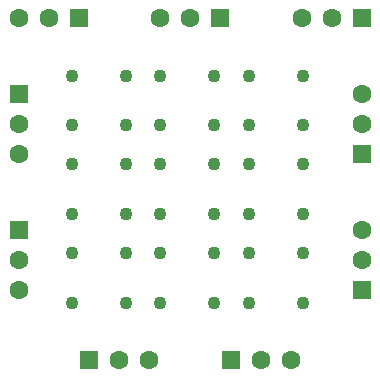
<source format=gbr>
%TF.GenerationSoftware,KiCad,Pcbnew,8.0.2-1*%
%TF.CreationDate,2024-06-27T00:14:20-04:00*%
%TF.ProjectId,3x3_6mSiPMs,3378335f-366d-4536-9950-4d732e6b6963,rev?*%
%TF.SameCoordinates,Original*%
%TF.FileFunction,Soldermask,Top*%
%TF.FilePolarity,Negative*%
%FSLAX46Y46*%
G04 Gerber Fmt 4.6, Leading zero omitted, Abs format (unit mm)*
G04 Created by KiCad (PCBNEW 8.0.2-1) date 2024-06-27 00:14:20*
%MOMM*%
%LPD*%
G01*
G04 APERTURE LIST*
G04 Aperture macros list*
%AMRoundRect*
0 Rectangle with rounded corners*
0 $1 Rounding radius*
0 $2 $3 $4 $5 $6 $7 $8 $9 X,Y pos of 4 corners*
0 Add a 4 corners polygon primitive as box body*
4,1,4,$2,$3,$4,$5,$6,$7,$8,$9,$2,$3,0*
0 Add four circle primitives for the rounded corners*
1,1,$1+$1,$2,$3*
1,1,$1+$1,$4,$5*
1,1,$1+$1,$6,$7*
1,1,$1+$1,$8,$9*
0 Add four rect primitives between the rounded corners*
20,1,$1+$1,$2,$3,$4,$5,0*
20,1,$1+$1,$4,$5,$6,$7,0*
20,1,$1+$1,$6,$7,$8,$9,0*
20,1,$1+$1,$8,$9,$2,$3,0*%
G04 Aperture macros list end*
%ADD10C,1.100000*%
%ADD11RoundRect,0.102000X0.699000X0.699000X-0.699000X0.699000X-0.699000X-0.699000X0.699000X-0.699000X0*%
%ADD12C,1.602000*%
%ADD13RoundRect,0.102000X0.699000X-0.699000X0.699000X0.699000X-0.699000X0.699000X-0.699000X-0.699000X0*%
%ADD14RoundRect,0.102000X-0.699000X-0.699000X0.699000X-0.699000X0.699000X0.699000X-0.699000X0.699000X0*%
%ADD15RoundRect,0.102000X-0.699000X0.699000X-0.699000X-0.699000X0.699000X-0.699000X0.699000X0.699000X0*%
G04 APERTURE END LIST*
D10*
%TO.C,REF\u002A\u002A*%
X94550000Y-40400000D03*
X89950000Y-40400000D03*
X89950000Y-44600000D03*
X94550000Y-44600000D03*
%TD*%
%TO.C,REF\u002A\u002A3*%
X94550000Y-47900000D03*
X89950000Y-47900000D03*
X89950000Y-52100000D03*
X94550000Y-52100000D03*
%TD*%
%TO.C,REF\u002A\u002A1*%
X102050000Y-40400000D03*
X97450000Y-40400000D03*
X97450000Y-44600000D03*
X102050000Y-44600000D03*
%TD*%
%TO.C,REF\u002A\u002A7*%
X94550000Y-55400000D03*
X89950000Y-55400000D03*
X89950000Y-59600000D03*
X94550000Y-59600000D03*
%TD*%
%TO.C,REF\u002A\u002A9*%
X102050000Y-55400000D03*
X97450000Y-55400000D03*
X97450000Y-59600000D03*
X102050000Y-59600000D03*
%TD*%
%TO.C,REF\u002A\u002A6*%
X109550000Y-47900000D03*
X104950000Y-47900000D03*
X104950000Y-52100000D03*
X109550000Y-52100000D03*
%TD*%
%TO.C,REF\u002A\u002A10*%
X109550000Y-55400000D03*
X104950000Y-55400000D03*
X104950000Y-59600000D03*
X109550000Y-59600000D03*
%TD*%
%TO.C,REF\u002A\u002A5*%
X102050000Y-47900000D03*
X97450000Y-47900000D03*
X97450000Y-52100000D03*
X102050000Y-52100000D03*
%TD*%
%TO.C,REF\u002A\u002A2*%
X109550000Y-40400000D03*
X104950000Y-40400000D03*
X104950000Y-44600000D03*
X109550000Y-44600000D03*
%TD*%
D11*
%TO.C,REF\u002A\u002A*%
X114540000Y-35500000D03*
D12*
X112000000Y-35500000D03*
X109460000Y-35500000D03*
%TD*%
D13*
%TO.C,REF\u002A\u002A*%
X114500000Y-47040000D03*
D12*
X114500000Y-44500000D03*
X114500000Y-41960000D03*
%TD*%
D14*
%TO.C,REF\u002A\u002A*%
X91460000Y-64500000D03*
D12*
X94000000Y-64500000D03*
X96540000Y-64500000D03*
%TD*%
D15*
%TO.C,REF\u002A\u002A*%
X85500000Y-53460000D03*
D12*
X85500000Y-56000000D03*
X85500000Y-58540000D03*
%TD*%
D13*
%TO.C,REF\u002A\u002A*%
X114500000Y-58540000D03*
D12*
X114500000Y-56000000D03*
X114500000Y-53460000D03*
%TD*%
D14*
%TO.C,REF\u002A\u002A*%
X103460000Y-64500000D03*
D12*
X106000000Y-64500000D03*
X108540000Y-64500000D03*
%TD*%
D11*
%TO.C,REF\u002A\u002A*%
X90540000Y-35500000D03*
D12*
X88000000Y-35500000D03*
X85460000Y-35500000D03*
%TD*%
D15*
%TO.C,REF\u002A\u002A*%
X85500000Y-41960000D03*
D12*
X85500000Y-44500000D03*
X85500000Y-47040000D03*
%TD*%
D11*
%TO.C,REF\u002A\u002A*%
X102540000Y-35500000D03*
D12*
X100000000Y-35500000D03*
X97460000Y-35500000D03*
%TD*%
M02*

</source>
